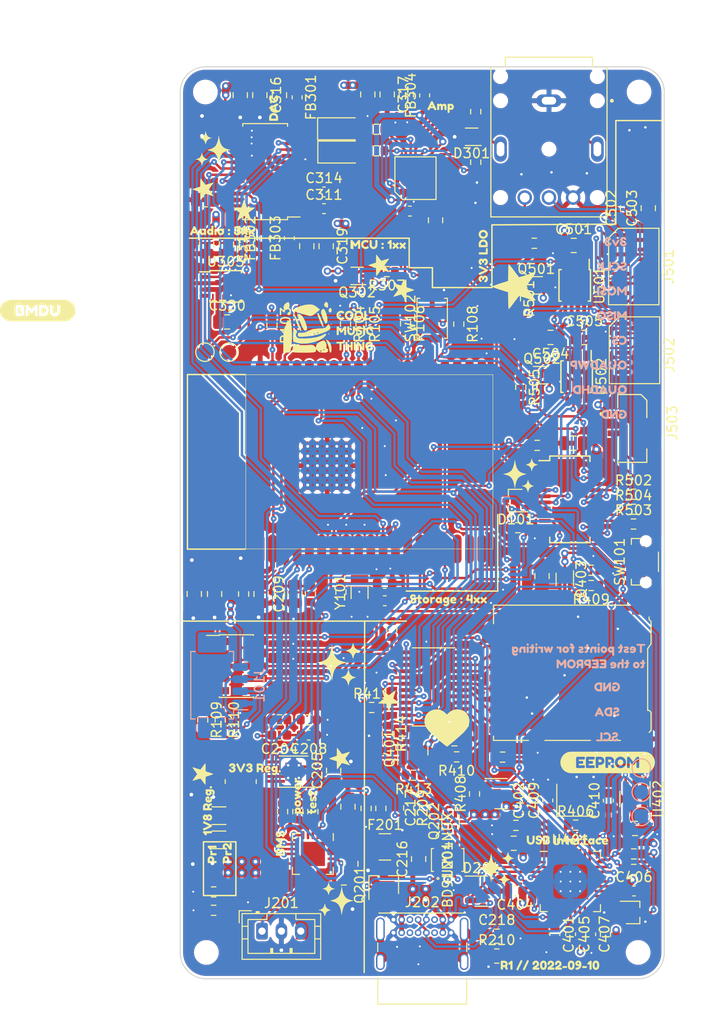
<source format=kicad_pcb>
(kicad_pcb (version 20211014) (generator pcbnew)

  (general
    (thickness 1.566672)
  )

  (paper "A4")
  (layers
    (0 "F.Cu" signal)
    (1 "In1.Cu" signal)
    (2 "In2.Cu" signal)
    (31 "B.Cu" signal)
    (32 "B.Adhes" user "B.Adhesive")
    (33 "F.Adhes" user "F.Adhesive")
    (34 "B.Paste" user)
    (35 "F.Paste" user)
    (36 "B.SilkS" user "B.Silkscreen")
    (37 "F.SilkS" user "F.Silkscreen")
    (38 "B.Mask" user)
    (39 "F.Mask" user)
    (40 "Dwgs.User" user "User.Drawings")
    (41 "Cmts.User" user "User.Comments")
    (42 "Eco1.User" user "User.Eco1")
    (43 "Eco2.User" user "User.Eco2")
    (44 "Edge.Cuts" user)
    (45 "Margin" user)
    (46 "B.CrtYd" user "B.Courtyard")
    (47 "F.CrtYd" user "F.Courtyard")
    (48 "B.Fab" user)
    (49 "F.Fab" user)
    (50 "User.1" user)
    (51 "User.2" user)
    (52 "User.3" user)
    (53 "User.4" user)
    (54 "User.5" user)
    (55 "User.6" user)
    (56 "User.7" user)
    (57 "User.8" user)
    (58 "User.9" user)
  )

  (setup
    (stackup
      (layer "F.SilkS" (type "Top Silk Screen") (color "White"))
      (layer "F.Paste" (type "Top Solder Paste"))
      (layer "F.Mask" (type "Top Solder Mask") (color "Purple") (thickness 0.0254))
      (layer "F.Cu" (type "copper") (thickness 0.04318))
      (layer "dielectric 1" (type "prepreg") (thickness 0.202184) (material "FR408-HR") (epsilon_r 3.69) (loss_tangent 0.0091))
      (layer "In1.Cu" (type "copper") (thickness 0.017272))
      (layer "dielectric 2" (type "core") (thickness 0.9906) (material "FR408-HR") (epsilon_r 3.69) (loss_tangent 0.0091))
      (layer "In2.Cu" (type "copper") (thickness 0.017272))
      (layer "dielectric 3" (type "prepreg") (thickness 0.202184) (material "FR408-HR") (epsilon_r 3.69) (loss_tangent 0.0091))
      (layer "B.Cu" (type "copper") (thickness 0.04318))
      (layer "B.Mask" (type "Bottom Solder Mask") (color "Purple") (thickness 0.0254))
      (layer "B.Paste" (type "Bottom Solder Paste"))
      (layer "B.SilkS" (type "Bottom Silk Screen") (color "White"))
      (copper_finish "ENIG")
      (dielectric_constraints no)
    )
    (pad_to_mask_clearance 0.0508)
    (grid_origin 115.275 57.55)
    (pcbplotparams
      (layerselection 0x00010fc_ffffffff)
      (disableapertmacros false)
      (usegerberextensions true)
      (usegerberattributes true)
      (usegerberadvancedattributes true)
      (creategerberjobfile true)
      (svguseinch false)
      (svgprecision 6)
      (excludeedgelayer true)
      (plotframeref false)
      (viasonmask false)
      (mode 1)
      (useauxorigin false)
      (hpglpennumber 1)
      (hpglpenspeed 20)
      (hpglpendiameter 15.000000)
      (dxfpolygonmode true)
      (dxfimperialunits true)
      (dxfusepcbnewfont true)
      (psnegative false)
      (psa4output false)
      (plotreference true)
      (plotvalue true)
      (plotinvisibletext false)
      (sketchpadsonfab false)
      (subtractmaskfromsilk false)
      (outputformat 1)
      (mirror false)
      (drillshape 0)
      (scaleselection 1)
      (outputdirectory "gerbers")
    )
  )

  (net 0 "")
  (net 1 "GND")
  (net 2 "Net-(C104-Pad1)")
  (net 3 "Net-(C106-Pad1)")
  (net 4 "Net-(C107-Pad2)")
  (net 5 "BAT")
  (net 6 "Net-(C204-Pad1)")
  (net 7 "SYS_POWER")
  (net 8 "BAT_LEVEL")
  (net 9 "Net-(C315-Pad1)")
  (net 10 "3V3_AUDIO")
  (net 11 "Net-(C306-Pad1)")
  (net 12 "Net-(C306-Pad2)")
  (net 13 "Net-(C308-Pad1)")
  (net 14 "Net-(C308-Pad2)")
  (net 15 "Net-(C311-Pad1)")
  (net 16 "Net-(C311-Pad2)")
  (net 17 "Net-(C312-Pad1)")
  (net 18 "Net-(C314-Pad1)")
  (net 19 "USB_VDD33")
  (net 20 "Net-(C409-Pad1)")
  (net 21 "Net-(C217-Pad1)")
  (net 22 "SD_VDD")
  (net 23 "Net-(C218-Pad1)")
  (net 24 "Net-(D401-Pad1)")
  (net 25 "unconnected-(D401-Pad2)")
  (net 26 "SD_VDD_EN")
  (net 27 "ESP_SCLK")
  (net 28 "ESP_MOSI")
  (net 29 "ESP_MISO")
  (net 30 "DISPLAY_CS")
  (net 31 "NTC")
  (net 32 "~{3.5mm_DETECT}")
  (net 33 "Net-(J301-Pad6)")
  (net 34 "SD_DAT3")
  (net 35 "SD_CMD")
  (net 36 "SD_CLK")
  (net 37 "SD_DAT0")
  (net 38 "SD_DAT1")
  (net 39 "SD_DAT2")
  (net 40 "Net-(C407-Pad1)")
  (net 41 "Net-(L201-Pad1)")
  (net 42 "DISPLAY_EN")
  (net 43 "3V3_AUDIO_EN")
  (net 44 "Net-(C410-Pad2)")
  (net 45 "Net-(R102-Pad2)")
  (net 46 "ESP_SCL")
  (net 47 "ESP_SDA")
  (net 48 "DISPLAY_VDD")
  (net 49 "Net-(R201-Pad2)")
  (net 50 "TOUCH_VDD")
  (net 51 "Net-(R204-Pad2)")
  (net 52 "PROG1")
  (net 53 "PROG3")
  (net 54 "~{CHG_PWR_OK}")
  (net 55 "Net-(R208-Pad2)")
  (net 56 "Net-(D101-Pad1)")
  (net 57 "unconnected-(D101-Pad2)")
  (net 58 "USB_DP")
  (net 59 "Net-(R402-Pad2)")
  (net 60 "USB_DN")
  (net 61 "/Power/VBUS_RAW")
  (net 62 "SD_MUX_SW")
  (net 63 "DAC_SCK")
  (net 64 "DAC_BCK")
  (net 65 "DAC_LRCK")
  (net 66 "JTAG_TMS")
  (net 67 "JTAG_TDI")
  (net 68 "JTAG_TCK")
  (net 69 "unconnected-(U101-Pad17)")
  (net 70 "unconnected-(U101-Pad18)")
  (net 71 "unconnected-(U101-Pad19)")
  (net 72 "unconnected-(U101-Pad20)")
  (net 73 "unconnected-(U101-Pad21)")
  (net 74 "unconnected-(U101-Pad22)")
  (net 75 "JTAG_TDO")
  (net 76 "DAC_DIN")
  (net 77 "unconnected-(U101-Pad32)")
  (net 78 "UART_RXD")
  (net 79 "UART_TXD")
  (net 80 "DAC_MUTE")
  (net 81 "Net-(FB301-Pad2)")
  (net 82 "Net-(FB302-Pad2)")
  (net 83 "Net-(FB303-Pad2)")
  (net 84 "Net-(R503-Pad2)")
  (net 85 "unconnected-(U401-Pad7)")
  (net 86 "unconnected-(U401-Pad8)")
  (net 87 "Net-(FB304-Pad1)")
  (net 88 "USB_SD_DAT1")
  (net 89 "USB_SD_DAT0")
  (net 90 "Net-(J202-PadA5)")
  (net 91 "unconnected-(J202-PadA8)")
  (net 92 "USB_SD_CLK")
  (net 93 "Net-(J202-PadB5)")
  (net 94 "USB_SD_CMD")
  (net 95 "unconnected-(J202-PadB8)")
  (net 96 "Net-(J401-Pad2)")
  (net 97 "Net-(J401-Pad3)")
  (net 98 "SD_CD")
  (net 99 "Net-(Q201-Pad1)")
  (net 100 "/Power/VBUS_SWITCHED")
  (net 101 "USB_SD_DAT3")
  (net 102 "Net-(Q202-Pad1)")
  (net 103 "USB_SD_DAT2")
  (net 104 "Net-(Q202-Pad3)")
  (net 105 "unconnected-(U405-Pad3)")
  (net 106 "unconnected-(U103-Pad10)")
  (net 107 "Net-(C312-Pad2)")
  (net 108 "Net-(C313-Pad2)")
  (net 109 "Net-(R305-Pad1)")
  (net 110 "Net-(Q202-Pad4)")
  (net 111 "unconnected-(U301-Pad15)")
  (net 112 "Net-(Q401-Pad3)")
  (net 113 "~{USB_STORAGE_EN}")
  (net 114 "unconnected-(U101-Pad27)")
  (net 115 "unconnected-(U101-Pad28)")
  (net 116 "ESP_SD_CS")
  (net 117 "~{SD_VDD_EN_INV}")
  (net 118 "Net-(Q501-Pad3)")
  (net 119 "TOUCH_EN")
  (net 120 "Net-(Q502-Pad3)")
  (net 121 "Net-(R109-Pad1)")
  (net 122 "Net-(R110-Pad1)")
  (net 123 "Net-(R203-Pad2)")
  (net 124 "Net-(R412-Pad1)")
  (net 125 "KEY_LOCK")
  (net 126 "KEY_VOL_UP")
  (net 127 "KEY_VOL_DOWN")
  (net 128 "CHG_STAT1")
  (net 129 "CHG_STAT2")
  (net 130 "unconnected-(U101-Pad10)")
  (net 131 "~{3V3_MODE}")
  (net 132 "~{TOUCH_INT}")
  (net 133 "DISPLAY_DR")
  (net 134 "DISPLAY_LED")
  (net 135 "unconnected-(U204-Pad8)")
  (net 136 "unconnected-(U204-Pad9)")
  (net 137 "DAC_SDA")
  (net 138 "DAC_SCL")
  (net 139 "unconnected-(U401-Pad1)")
  (net 140 "unconnected-(U401-Pad10)")
  (net 141 "unconnected-(U401-Pad12)")
  (net 142 "unconnected-(U401-Pad15)")
  (net 143 "unconnected-(U401-Pad16)")
  (net 144 "unconnected-(U401-Pad17)")
  (net 145 "unconnected-(U401-Pad19)")
  (net 146 "unconnected-(U401-Pad20)")
  (net 147 "unconnected-(U401-Pad24)")
  (net 148 "unconnected-(U401-Pad29)")
  (net 149 "Net-(J501-Pad9)")
  (net 150 "Net-(J501-Pad8)")
  (net 151 "Net-(J502-Pad4)")
  (net 152 "Net-(J502-Pad3)")
  (net 153 "Net-(D301-Pad1)")
  (net 154 "Net-(D301-Pad2)")
  (net 155 "Net-(R302-Pad1)")
  (net 156 "/Power/VBUS_FUSED")
  (net 157 "Net-(R410-Pad1)")
  (net 158 "Net-(R411-Pad2)")
  (net 159 "Net-(C401-Pad1)")
  (net 160 "unconnected-(J501-Pad1)")
  (net 161 "unconnected-(J501-Pad6)")
  (net 162 "unconnected-(J501-Pad14)")
  (net 163 "unconnected-(J502-Pad5)")
  (net 164 "unconnected-(J502-Pad6)")
  (net 165 "unconnected-(J502-Pad7)")
  (net 166 "unconnected-(J502-Pad8)")
  (net 167 "unconnected-(J502-Pad10)")
  (net 168 "unconnected-(J502-Pad11)")
  (net 169 "unconnected-(J502-Pad12)")
  (net 170 "Net-(J503-Pad1)")
  (net 171 "Net-(J503-Pad3)")
  (net 172 "Net-(C402-Pad1)")
  (net 173 "Net-(Q302-Pad3)")
  (net 174 "+3V3")

  (footprint "Resistor_SMD:R_0603_1608Metric" (layer "F.Cu") (at 134.3 134.2 90))

  (footprint "kibuzzard-631D91FD" (layer "F.Cu") (at 153.3 150.4))

  (footprint "Package_SO:MSOP-10-1EP_3x3mm_P0.5mm_EP1.68x1.88mm_ThermalVias" (layer "F.Cu") (at 126.8 130.4 180))

  (footprint "Resistor_SMD:R_0603_1608Metric" (layer "F.Cu") (at 131.7 111.85 -90))

  (footprint "Capacitor_SMD:C_0603_1608Metric" (layer "F.Cu") (at 159.325 133.4 90))

  (footprint "Resistor_SMD:R_0603_1608Metric" (layer "F.Cu") (at 119.225 125.05 -90))

  (footprint "footprints:molex-zif-12p" (layer "F.Cu") (at 162.025 87.375 -90))

  (footprint "Capacitor_SMD:C_0603_1608Metric" (layer "F.Cu") (at 125.35 126.625 180))

  (footprint "Resistor_SMD:R_0603_1608Metric" (layer "F.Cu") (at 125.35 125.05))

  (footprint "MountingHole:MountingHole_2.2mm_M2" (layer "F.Cu") (at 117.8 149.075))

  (footprint "Capacitor_SMD:C_0805_2012Metric" (layer "F.Cu") (at 139.725 139.425 90))

  (footprint "Capacitor_SMD:C_1206_3216Metric" (layer "F.Cu") (at 119.1 137.45 180))

  (footprint "Capacitor_SMD:C_0805_2012Metric" (layer "F.Cu") (at 123.325 60.525 -90))

  (footprint "Package_DFN_QFN:QFN-20-1EP_4x4mm_P0.5mm_EP2.5x2.5mm" (layer "F.Cu") (at 128.8 138.9 -90))

  (footprint "Capacitor_SMD:C_0805_2012Metric" (layer "F.Cu") (at 132.725 139.925 -90))

  (footprint "Capacitor_SMD:C_0805_2012Metric" (layer "F.Cu") (at 130.175 76.125 -90))

  (footprint "pretty-kicad-footprints:sparkles" (layer "F.Cu") (at 131.5 119.3))

  (footprint "footprints:CUI_SJ-3566AN" (layer "F.Cu") (at 153.1875 66.1 -90))

  (footprint "Capacitor_SMD:C_0805_2012Metric" (layer "F.Cu") (at 153.35 85.55 180))

  (footprint "Capacitor_SMD:C_0805_2012Metric" (layer "F.Cu") (at 119.875 75.95 -90))

  (footprint "Capacitor_SMD:C_0805_2012Metric" (layer "F.Cu") (at 156.85 85.55))

  (footprint "Resistor_SMD:R_0603_1608Metric" (layer "F.Cu") (at 128.8 134.525 -90))

  (footprint "Resistor_SMD:R_0603_1608Metric" (layer "F.Cu") (at 136.95 115.675 90))

  (footprint "pretty-kicad-footprints:heart" (layer "F.Cu") (at 142.65 125.9))

  (footprint "Package_TO_SOT_SMD:SOT-563" (layer "F.Cu") (at 152.475 89.45))

  (footprint "Capacitor_SMD:C_0805_2012Metric" (layer "F.Cu") (at 132 142.85))

  (footprint "Capacitor_SMD:C_0805_2012Metric" (layer "F.Cu") (at 152.475 110.2 90))

  (footprint "Resistor_SMD:R_0603_1608Metric" (layer "F.Cu") (at 145.5 132.7 90))

  (footprint "Resistor_SMD:R_0603_1608Metric" (layer "F.Cu") (at 149.975 105.2 180))

  (footprint "Resistor_SMD:R_0603_1608Metric" (layer "F.Cu") (at 136.5 126.475 -90))

  (footprint "Resistor_SMD:R_0603_1608Metric" (layer "F.Cu") (at 148.4 128.9 180))

  (footprint "Capacitor_SMD:C_0603_1608Metric" (layer "F.Cu") (at 140.325 134.15 90))

  (footprint "Capacitor_SMD:C_0603_1608Metric" (layer "F.Cu") (at 129.95 70.525))

  (footprint "Capacitor_SMD:C_0805_2012Metric" (layer "F.Cu") (at 149.55 137.8 180))

  (footprint "Package_TO_SOT_SMD:SOT-23" (layer "F.Cu") (at 146.2 142.75))

  (footprint "kibuzzard-631DB129" (layer "F.Cu") (at 119.95 138.8 90))

  (footprint "Package_SO:TSSOP-24_4.4x7.8mm_P0.65mm" (layer "F.Cu") (at 141.275 121.65 180))

  (footprint "Button_Switch_SMD:SW_Push_SPST_NO_Alps_SKRK" (layer "F.Cu") (at 141.125 83.575 90))

  (footprint "Capacitor_SMD:C_0805_2012Metric" (layer "F.Cu") (at 134.475 60.45 -90))

  (footprint "Package_SO:TSSOP-8_3x3mm_P0.65mm" (layer "F.Cu") (at 155.85 80.175 -90))

  (footprint "Button_Switch_SMD:SW_Push_1P1T-MP_NO_Horizontal_Alps_SKRTLAE010" (layer "F.Cu") (at 163.2 108.725 90))

  (footprint "pretty-kicad-footprints:star_small" (layer "F.Cu") (at 121.7 72.4))

  (footprint "Crystal:Crystal_SMD_3225-4Pin_3.2x2.5mm" (layer "F.Cu") (at 156 133.35))

  (footprint "Capacitor_SMD:C_0805_2012Metric" (layer "F.Cu") (at 118.65 112.05 -90))

  (footprint "Capacitor_SMD:C_0805_2012Metric" (layer "F.Cu") (at 155.725 96.475 180))

  (footprint "pretty-kicad-footprints:star_small" (layer "F.Cu") (at 131.55 129.05 90))

  (footprint "Capacitor_SMD:C_0603_1608Metric" (layer "F.Cu") (at 129.95 72.25))

  (footprint "Resistor_SMD:R_0603_1608Metric" (layer "F.Cu")
    (tedit 5F68FEEE) (tstamp 4a0c88c6-6ff5-4266-868d-f6da3493206e)
    (at 121.65 112.05 -90)
    (descr "Resistor SMD 0603 (1608 Metric), square (rectangular) end terminal, IPC_7351 nominal, (Body size source: IPC-SM-782 page 72, https://www.pcb-3d.com/wordpress/wp-content/uploads/ipc-sm-782a_amendment_1_and_2.pdf), generated with kicad-footprint-generator")
    (tags "resistor")
    (property "PN" "RC0603JR-10100KL")
    (property "Sheetfile" "gay-ipod.kicad_sch")
    (property "Sheetname" "")
    (path "/77c59a0c-1073-41c9-88fd-02d075f2178b")
    (attr smd)
    (fp_text reference "R101" (at 0 -1.43 -270) (layer "F.SilkS") hide
      (effects (font (size 1 1) (thickness 0.15)))
      (tstamp 01f7c408-0e21-426b-b620-fb32c1ff5b79)
    )
    (fp_text value "100k" (at 0 1.43 -270) (layer "F.Fab") hide
      (effects (font (size 1 1) (thickness 0.15)))
      (tstamp 1976e9b8-c123-46da-8b57-6ab9d1c5b51d)
    )
    (fp_text user "${REFERENCE}" (at 0 0 -270) (layer "F.Fab") hide
      (effects (font (size 0.4 0.4) (thickness 0.06)))
      (tstamp 42413da8-b0bf-4314-9dcb-61f19bde86d3)
    )
    (fp_line (start -0.237258 0.5225) (end 0.237258 0.5225) (layer "F.SilkS") (width 0.12) (tstamp 1ffa3908-feee-40ed-be39-4ee8637ccb1c))
    (fp_line (start -0.237258 -0.5225) (end 0.237258 -0.5225) (layer "F.SilkS") (width 0.12) (tstamp 74b2c3bd-f3bf-4842-ae00-576a7ac78a09))
    (fp_line (start -1.48 0.73) (end -1.48 -0.73) (layer "F.CrtYd") (width 0.05) (tstamp 2435c70f-56da-475f-a6fb-ca860e1fa727))
    (fp_line (start 1.48 0.73) (end -1.48 0.73) (layer "F.CrtYd") (width 0.05) (tstamp 5a00b40f-aa37-4113-ae68-f100b4ac843e))
    (fp_line (start -1.48 -0.73) (end 1.48 -0.73) (layer "F.CrtYd") (width 0.05) (tstamp 5ee5990c-6f90-4755-b5b3-69551e02ec5d))
    (fp_line (start 1.48 -0.73) (end 1.48 0.73) (layer "F.CrtYd") (width 0.05) (tstamp fc7fa52a-195e-4efe-bac7-1323df8c1fe4))
    (fp_line (start -0.8 0.4125) (end -0.8 -0.4125) (layer "F.Fab") (width 0.1) (tstamp 2868d019-41e3-4ed8-989d-1b12af89f613))
    (fp_line (start 0.8 -0.4125) (end 0.8 0.4125) (layer "F.Fab") (width 0.1) (tstamp 316945ce-7501-4e3c-9575-505cfce44ebd))
    (fp_line (start 0.8 0.4125) (end -0.8 0.4125) (layer "F.Fab") (width 0.1) (tsta
... [4170668 chars truncated]
</source>
